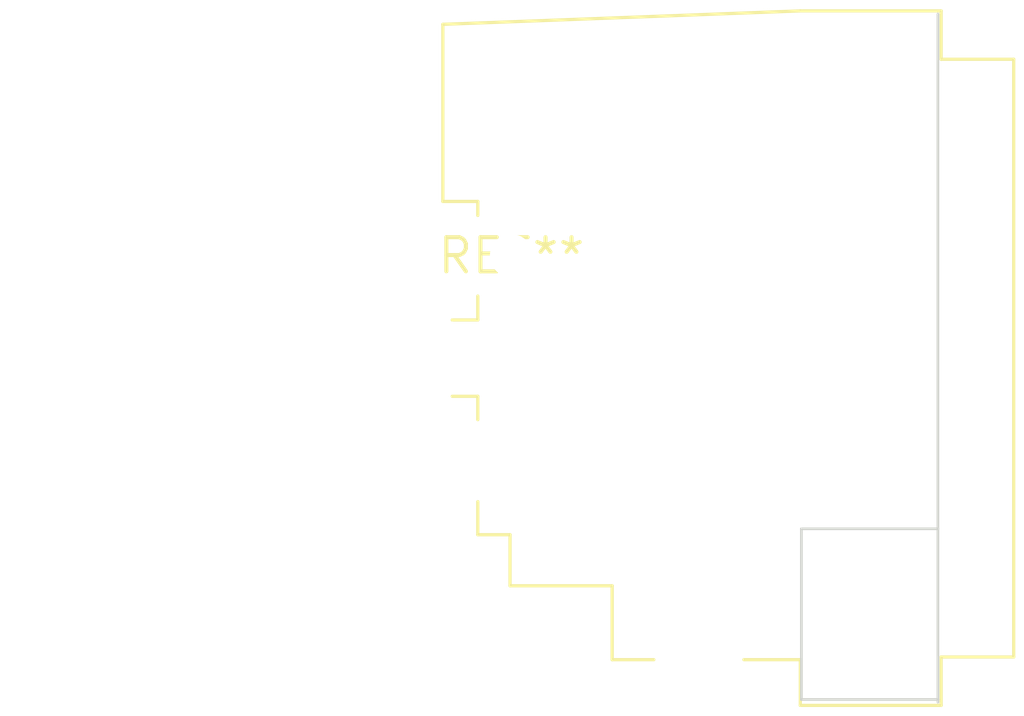
<source format=kicad_pcb>
(kicad_pcb (version 20240108) (generator pcbnew)
  (layers (0 "F.Cu" signal) (31 "B.Cu" signal) (34 "B.Paste" user) (35 "F.Paste" user) (36 "B.SilkS" user "B.Silkscreen") (37 "F.SilkS" user "F.Silkscreen") (38 "B.Mask" user) (39 "F.Mask" user) (44 "Edge.Cuts" user))
  (net 0 "")
  (footprint "Jack_XLR_Neutrik_NC3FAHR2_Horizontal" (layer "F.Cu") (at 0 0)
    (property "Reference" "REF**")
    (property "Value" "Jack_XLR_Neutrik_NC3FAHR2_Horizontal")
    (fp_line (start -2.55 -8.61) (end -2.55 -2.02) (layer "F.SilkS") (stroke (width 0.12)))
    (fp_line (start -2.55 -2.02) (end -1.25 -2.02) (layer "F.SilkS") (stroke (width 0.12)))
    (fp_line (start -1.25 -2.02) (end -1.25 -1.5) (layer "F.SilkS") (stroke (width 0.12)))
    (fp_line (start -1.25 1.5) (end -1.25 2.39) (layer "F.SilkS") (stroke (width 0.12)))
    (fp_line (start -1.25 2.39) (end -2.2 2.39) (layer "F.SilkS") (stroke (width 0.12)))
    (fp_line (start -1.25 5.23) (end -2.2 5.23) (layer "F.SilkS") (stroke (width 0.12)))
    (fp_line (start -1.25 5.23) (end -1.25 6.1) (layer "F.SilkS") (stroke (width 0.12)))
    (fp_line (start -1.25 9.15) (end -1.25 10.38) (layer "F.SilkS") (stroke (width 0.12)))
    (fp_line (start -0.05 10.38) (end -1.25 10.38) (layer "F.SilkS") (stroke (width 0.12)))
    (fp_line (start -0.05 10.38) (end -0.05 12.28) (layer "F.SilkS") (stroke (width 0.12)))
    (fp_line (start 3.75 12.28) (end -0.05 12.28) (layer "F.SilkS") (stroke (width 0.12)))
    (fp_line (start 3.75 12.28) (end 3.75 15.03) (layer "F.SilkS") (stroke (width 0.12)))
    (fp_line (start 5.3 15.03) (end 3.75 15.03) (layer "F.SilkS") (stroke (width 0.12)))
    (fp_line (start 10.75 -9.11) (end -2.55 -8.61) (layer "F.SilkS") (stroke (width 0.12)))
    (fp_line (start 10.75 15.03) (end 8.65 15.03) (layer "F.SilkS") (stroke (width 0.12)))
    (fp_line (start 10.75 16.73) (end 10.75 15.03) (layer "F.SilkS") (stroke (width 0.12)))
    (fp_line (start 15.99 -9.11) (end 10.75 -9.11) (layer "F.SilkS") (stroke (width 0.12)))
    (fp_line (start 15.99 -9.11) (end 15.99 -7.31) (layer "F.SilkS") (stroke (width 0.12)))
    (fp_line (start 15.99 -7.31) (end 18.69 -7.31) (layer "F.SilkS") (stroke (width 0.12)))
    (fp_line (start 15.99 14.93) (end 15.99 16.73) (layer "F.SilkS") (stroke (width 0.12)))
    (fp_line (start 15.99 14.93) (end 18.69 14.93) (layer "F.SilkS") (stroke (width 0.12)))
    (fp_line (start 15.99 16.73) (end 10.75 16.73) (layer "F.SilkS") (stroke (width 0.12)))
    (fp_line (start 18.69 -7.31) (end 18.69 14.93) (layer "F.SilkS") (stroke (width 0.12)))
    (fp_line (start 10.79 10.16) (end 10.79 16.51) (layer "Edge.Cuts") (stroke (width 0.1)))
    (fp_line (start 10.79 16.51) (end 15.87 16.51) (layer "Edge.Cuts") (stroke (width 0.1)))
    (fp_line (start 15.87 -8.99) (end 15.87 16.61) (layer "Edge.Cuts") (stroke (width 0.1)))
    (fp_line (start 15.87 10.16) (end 10.79 10.16) (layer "Edge.Cuts") (stroke (width 0.1)))
    (pad "" np_thru_hole circle (at 11.42 5.08) (size 1.6 1.6) (drill 1.6) (layers *.Cu *.Mask))
    (pad "1" thru_hole circle (at 0 0) (size 3.4 3.4) (drill 1.6) (layers *.Cu *.Mask) (remove_unused_layers))
    (pad "2" thru_hole circle (at -3.18 3.81) (size 2.9 2.9) (drill 1.2) (layers *.Cu *.Mask) (remove_unused_layers))
    (pad "3" thru_hole circle (at 0 7.62) (size 3.4 3.4) (drill 1.6) (layers *.Cu *.Mask) (remove_unused_layers))
    (pad "G" thru_hole circle (at 6.98 14.61) (size 2.9 2.9) (drill 1.2) (layers *.Cu *.Mask) (remove_unused_layers))
  )
)
</source>
